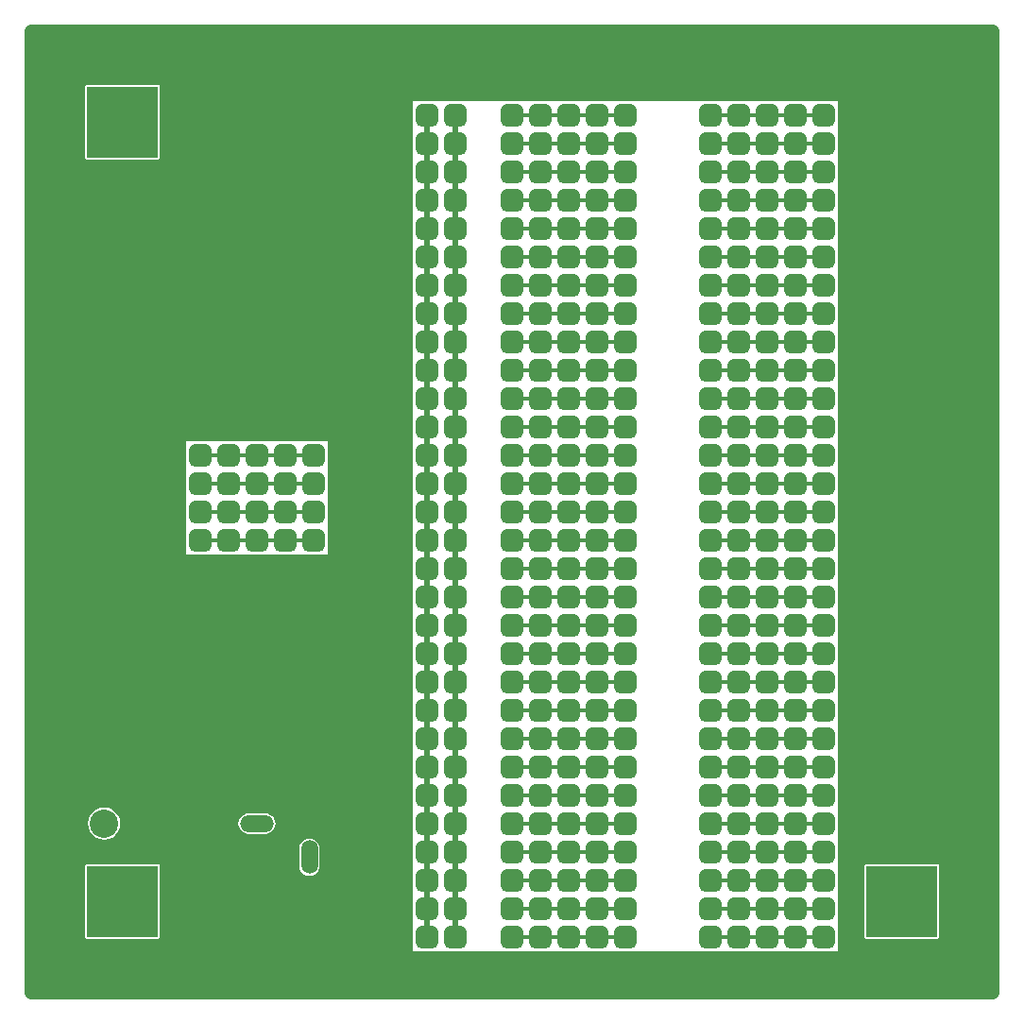
<source format=gbl>
G04*
G04 #@! TF.GenerationSoftware,Altium Limited,Altium Designer,18.1.7 (191)*
G04*
G04 Layer_Physical_Order=2*
G04 Layer_Color=16711680*
%FSLAX25Y25*%
%MOIN*%
G70*
G01*
G75*
%ADD14C,0.01000*%
%ADD27C,0.02000*%
%ADD28C,0.01181*%
%ADD29C,0.10000*%
G04:AMPARAMS|DCode=30|XSize=78.74mil|YSize=78.74mil|CornerRadius=19.68mil|HoleSize=0mil|Usage=FLASHONLY|Rotation=180.000|XOffset=0mil|YOffset=0mil|HoleType=Round|Shape=RoundedRectangle|*
%AMROUNDEDRECTD30*
21,1,0.07874,0.03937,0,0,180.0*
21,1,0.03937,0.07874,0,0,180.0*
1,1,0.03937,-0.01968,0.01968*
1,1,0.03937,0.01968,0.01968*
1,1,0.03937,0.01968,-0.01968*
1,1,0.03937,-0.01968,-0.01968*
%
%ADD30ROUNDEDRECTD30*%
G04:AMPARAMS|DCode=31|XSize=78.74mil|YSize=78.74mil|CornerRadius=19.68mil|HoleSize=0mil|Usage=FLASHONLY|Rotation=90.000|XOffset=0mil|YOffset=0mil|HoleType=Round|Shape=RoundedRectangle|*
%AMROUNDEDRECTD31*
21,1,0.07874,0.03937,0,0,90.0*
21,1,0.03937,0.07874,0,0,90.0*
1,1,0.03937,0.01968,0.01968*
1,1,0.03937,0.01968,-0.01968*
1,1,0.03937,-0.01968,-0.01968*
1,1,0.03937,-0.01968,0.01968*
%
%ADD31ROUNDEDRECTD31*%
%ADD32O,0.11874X0.05937*%
%ADD33O,0.05937X0.11874*%
%ADD34R,0.19685X0.19685*%
%ADD35C,0.05000*%
%ADD36C,0.02400*%
G36*
X169291Y172102D02*
X170019Y172007D01*
X170697Y171726D01*
X171279Y171279D01*
X171726Y170697D01*
X172007Y170019D01*
X172102Y169291D01*
X172107D01*
X172107Y-168791D01*
X172102Y-169291D01*
X172102Y-169291D01*
X172102Y-169291D01*
X172007Y-170019D01*
X171726Y-170697D01*
X171279Y-171279D01*
X170697Y-171726D01*
X170019Y-172007D01*
X169291Y-172102D01*
Y-172107D01*
X-169291D01*
Y-172102D01*
X-170019Y-172007D01*
X-170697Y-171726D01*
X-171279Y-171279D01*
X-171726Y-170697D01*
X-172007Y-170019D01*
X-172102Y-169291D01*
X-172107D01*
X-172107Y168791D01*
X-172102Y169291D01*
X-172102Y169291D01*
X-172102Y169291D01*
X-172007Y170019D01*
X-171726Y170697D01*
X-171279Y171279D01*
X-170697Y171726D01*
X-170019Y172007D01*
X-169291Y172102D01*
Y172107D01*
X169291D01*
Y172102D01*
D02*
G37*
%LPC*%
G36*
X-125000Y150649D02*
X-150000D01*
X-150459Y150459D01*
X-150649Y150000D01*
Y125000D01*
X-150459Y124541D01*
X-150000Y124351D01*
X-125000D01*
X-124541Y124541D01*
X-124351Y125000D01*
Y150000D01*
X-124541Y150459D01*
X-125000Y150649D01*
D02*
G37*
G36*
X-65000Y25000D02*
X-115000D01*
Y-15000D01*
X-65000D01*
Y25000D01*
D02*
G37*
G36*
X-87032Y-106401D02*
X-92968D01*
X-93900Y-106523D01*
X-94768Y-106883D01*
X-95514Y-107455D01*
X-96086Y-108200D01*
X-96445Y-109068D01*
X-96568Y-110000D01*
X-96445Y-110932D01*
X-96086Y-111800D01*
X-95514Y-112545D01*
X-94768Y-113117D01*
X-93900Y-113477D01*
X-92968Y-113599D01*
X-87032D01*
X-86100Y-113477D01*
X-85232Y-113117D01*
X-84486Y-112545D01*
X-83914Y-111800D01*
X-83555Y-110932D01*
X-83432Y-110000D01*
X-83555Y-109068D01*
X-83914Y-108200D01*
X-84486Y-107455D01*
X-85232Y-106883D01*
X-86100Y-106523D01*
X-87032Y-106401D01*
D02*
G37*
G36*
X-144000Y-104352D02*
X-145462Y-104544D01*
X-146824Y-105108D01*
X-147994Y-106006D01*
X-148892Y-107176D01*
X-149456Y-108538D01*
X-149648Y-110000D01*
X-149456Y-111462D01*
X-148892Y-112824D01*
X-147994Y-113994D01*
X-146824Y-114892D01*
X-145462Y-115456D01*
X-144000Y-115648D01*
X-142538Y-115456D01*
X-141176Y-114892D01*
X-140006Y-113994D01*
X-139108Y-112824D01*
X-138544Y-111462D01*
X-138352Y-110000D01*
X-138544Y-108538D01*
X-139108Y-107176D01*
X-140006Y-106006D01*
X-141176Y-105108D01*
X-142538Y-104544D01*
X-144000Y-104352D01*
D02*
G37*
G36*
X-71496Y-115243D02*
X-72428Y-115366D01*
X-73296Y-115725D01*
X-74041Y-116297D01*
X-74613Y-117043D01*
X-74973Y-117911D01*
X-75095Y-118842D01*
Y-124779D01*
X-74973Y-125711D01*
X-74613Y-126579D01*
X-74041Y-127325D01*
X-73296Y-127897D01*
X-72428Y-128256D01*
X-71496Y-128379D01*
X-70565Y-128256D01*
X-69696Y-127897D01*
X-68951Y-127325D01*
X-68379Y-126579D01*
X-68019Y-125711D01*
X-67897Y-124779D01*
Y-118842D01*
X-68019Y-117911D01*
X-68379Y-117043D01*
X-68951Y-116297D01*
X-69696Y-115725D01*
X-70565Y-115366D01*
X-71496Y-115243D01*
D02*
G37*
G36*
X150000Y-124351D02*
X125000D01*
X124541Y-124541D01*
X124351Y-125000D01*
Y-150000D01*
X124541Y-150459D01*
X125000Y-150649D01*
X150000D01*
X150459Y-150459D01*
X150649Y-150000D01*
Y-125000D01*
X150459Y-124541D01*
X150000Y-124351D01*
D02*
G37*
G36*
X-150000D02*
X-150459Y-124541D01*
X-150649Y-125000D01*
X-150649Y-150000D01*
X-150459Y-150459D01*
X-150000Y-150649D01*
X-125000Y-150649D01*
X-124541Y-150459D01*
X-124351Y-150000D01*
X-124351Y-125000D01*
X-124541Y-124541D01*
X-125000Y-124351D01*
X-150000Y-124351D01*
D02*
G37*
G36*
X115000Y145000D02*
X-35000D01*
Y-155000D01*
X115000D01*
Y145000D01*
D02*
G37*
%LPD*%
G36*
X-125000Y125000D02*
X-150000D01*
Y150000D01*
X-125000D01*
Y125000D01*
D02*
G37*
G36*
X150000Y-150000D02*
X125000D01*
Y-125000D01*
X150000D01*
Y-150000D01*
D02*
G37*
G36*
X-125000Y-125000D02*
X-125000Y-150000D01*
X-150000Y-150000D01*
X-150000Y-125000D01*
X-125000Y-125000D01*
D02*
G37*
D14*
X-50000Y-10000D02*
Y140000D01*
Y-30000D02*
Y-10000D01*
X-60000Y0D02*
X-50000Y-10000D01*
X125591Y150000D02*
X137795Y137795D01*
X-40000Y150000D02*
X125591D01*
X-50000Y140000D02*
X-40000Y150000D01*
X-70000Y-50000D02*
X-50000Y-30000D01*
X-100000Y-90000D02*
X-70000D01*
Y-70000D02*
Y-60000D01*
Y-50000D01*
Y-80000D02*
Y-70000D01*
Y-90000D02*
Y-80000D01*
X-100000Y-123622D02*
X-90000Y-133622D01*
X-100000Y-123622D02*
Y-90000D01*
Y-80000D01*
Y-70000D01*
Y-60000D01*
Y-50000D01*
D27*
X-20000Y130000D02*
Y140000D01*
Y120000D02*
Y130000D01*
Y110000D02*
Y120000D01*
Y100000D02*
Y110000D01*
Y90000D02*
Y100000D01*
Y80000D02*
Y90000D01*
Y70000D02*
Y80000D01*
Y60000D02*
Y70000D01*
Y50000D02*
Y60000D01*
Y40000D02*
Y50000D01*
Y30000D02*
Y40000D01*
Y20000D02*
Y30000D01*
Y10000D02*
Y20000D01*
Y0D02*
Y10000D01*
Y-10000D02*
Y0D01*
Y-20000D02*
Y-10000D01*
Y-30000D02*
Y-20000D01*
Y-40000D02*
Y-30000D01*
Y-50000D02*
Y-40000D01*
Y-60000D02*
Y-50000D01*
Y-70000D02*
Y-60000D01*
Y-80000D02*
Y-70000D01*
Y-90000D02*
Y-80000D01*
Y-100000D02*
Y-90000D01*
Y-110000D02*
Y-100000D01*
Y-120000D02*
Y-110000D01*
Y-130000D02*
Y-120000D01*
Y-140000D02*
Y-130000D01*
Y-150000D02*
Y-140000D01*
X-30000Y130000D02*
Y140000D01*
Y120000D02*
Y130000D01*
Y110000D02*
Y120000D01*
Y100000D02*
Y110000D01*
Y90000D02*
Y100000D01*
Y80000D02*
Y90000D01*
Y70000D02*
Y80000D01*
Y60000D02*
Y70000D01*
Y50000D02*
Y60000D01*
Y40000D02*
Y50000D01*
Y30000D02*
Y40000D01*
Y20000D02*
Y30000D01*
Y10000D02*
Y20000D01*
Y0D02*
Y10000D01*
Y-10000D02*
Y0D01*
Y-20000D02*
Y-10000D01*
Y-30000D02*
Y-20000D01*
Y-40000D02*
Y-30000D01*
Y-50000D02*
Y-40000D01*
Y-60000D02*
Y-50000D01*
Y-70000D02*
Y-60000D01*
Y-80000D02*
Y-70000D01*
Y-90000D02*
Y-80000D01*
Y-100000D02*
Y-90000D01*
Y-110000D02*
Y-100000D01*
Y-120000D02*
Y-110000D01*
Y-130000D02*
Y-120000D01*
Y-140000D02*
Y-130000D01*
Y-150000D02*
Y-140000D01*
D28*
X70000Y-40000D02*
X80000D01*
X90000D01*
X100000D01*
X110000D01*
X-20000Y-50000D02*
Y-40000D01*
Y-30000D01*
Y-20000D01*
Y-10000D01*
X100000D02*
X110000D01*
X90000D02*
X100000D01*
X80000D02*
X90000D01*
X70000D02*
X80000D01*
X30000D02*
X40000D01*
X20000D02*
X30000D01*
X10000D02*
X20000D01*
X0D02*
X10000D01*
X-30000Y-50000D02*
Y-40000D01*
Y-30000D01*
Y-20000D01*
Y-10000D01*
X100000Y-20000D02*
X110000D01*
X90000D02*
X100000D01*
X80000D02*
X90000D01*
X70000D02*
X80000D01*
X30000D02*
X40000D01*
X20000D02*
X30000D01*
X10000D02*
X20000D01*
X0D02*
X10000D01*
X100000Y-30000D02*
X110000D01*
X90000D02*
X100000D01*
X80000D02*
X90000D01*
X70000D02*
X80000D01*
X30000D02*
X40000D01*
X20000D02*
X30000D01*
X10000D02*
X20000D01*
X0D02*
X10000D01*
X30000Y-40000D02*
X40000D01*
X20000D02*
X30000D01*
X10000D02*
X20000D01*
X0D02*
X10000D01*
X100000Y-50000D02*
X110000D01*
X90000D02*
X100000D01*
X80000D02*
X90000D01*
X70000D02*
X80000D01*
X30000D02*
X40000D01*
X20000D02*
X30000D01*
X10000D02*
X20000D01*
X0D02*
X10000D01*
X-20000Y-100000D02*
Y-90000D01*
Y-80000D01*
Y-70000D01*
Y-60000D01*
X100000D02*
X110000D01*
X90000D02*
X100000D01*
X80000D02*
X90000D01*
X70000D02*
X80000D01*
X30000D02*
X40000D01*
X20000D02*
X30000D01*
X10000D02*
X20000D01*
X0D02*
X10000D01*
X-30000Y-100000D02*
Y-90000D01*
Y-80000D01*
Y-70000D01*
Y-60000D01*
X100000Y-70000D02*
X110000D01*
X90000D02*
X100000D01*
X80000D02*
X90000D01*
X70000D02*
X80000D01*
X30000D02*
X40000D01*
X20000D02*
X30000D01*
X10000D02*
X20000D01*
X0D02*
X10000D01*
X100000Y-80000D02*
X110000D01*
X90000D02*
X100000D01*
X80000D02*
X90000D01*
X70000D02*
X80000D01*
X30000D02*
X40000D01*
X20000D02*
X30000D01*
X10000D02*
X20000D01*
X0D02*
X10000D01*
X100000Y-90000D02*
X110000D01*
X90000D02*
X100000D01*
X80000D02*
X90000D01*
X70000D02*
X80000D01*
X30000D02*
X40000D01*
X20000D02*
X30000D01*
X10000D02*
X20000D01*
X0D02*
X10000D01*
X100000Y-100000D02*
X110000D01*
X90000D02*
X100000D01*
X80000D02*
X90000D01*
X70000D02*
X80000D01*
X30000D02*
X40000D01*
X20000D02*
X30000D01*
X10000D02*
X20000D01*
X0D02*
X10000D01*
X-20000Y-150000D02*
Y-140000D01*
Y-130000D01*
Y-120000D01*
Y-110000D01*
X100000D02*
X110000D01*
X90000D02*
X100000D01*
X80000D02*
X90000D01*
X70000D02*
X80000D01*
X30000D02*
X40000D01*
X20000D02*
X30000D01*
X10000D02*
X20000D01*
X0D02*
X10000D01*
X-30000Y-150000D02*
Y-140000D01*
Y-130000D01*
Y-120000D01*
Y-110000D01*
X100000Y-120000D02*
X110000D01*
X90000D02*
X100000D01*
X80000D02*
X90000D01*
X70000D02*
X80000D01*
X30000D02*
X40000D01*
X20000D02*
X30000D01*
X10000D02*
X20000D01*
X0D02*
X10000D01*
X100000Y-130000D02*
X110000D01*
X90000D02*
X100000D01*
X80000D02*
X90000D01*
X70000D02*
X80000D01*
X30000D02*
X40000D01*
X20000D02*
X30000D01*
X10000D02*
X20000D01*
X0D02*
X10000D01*
X100000Y-140000D02*
X110000D01*
X90000D02*
X100000D01*
X80000D02*
X90000D01*
X70000D02*
X80000D01*
X30000D02*
X40000D01*
X20000D02*
X30000D01*
X10000D02*
X20000D01*
X0D02*
X10000D01*
X100000Y-150000D02*
X110000D01*
X90000D02*
X100000D01*
X80000D02*
X90000D01*
X70000D02*
X80000D01*
X30000D02*
X40000D01*
X20000D02*
X30000D01*
X10000D02*
X20000D01*
X0D02*
X10000D01*
X-110000Y0D02*
X-100000D01*
X-90000D01*
X-80000D01*
X-70000D01*
X-110000Y20000D02*
X-100000D01*
X-90000D01*
X-80000D01*
X-70000D01*
X-110000Y10000D02*
X-100000D01*
X-90000D01*
X-80000D01*
X-70000D01*
X-110000Y-10000D02*
X-100000D01*
X-90000D01*
X-80000D01*
X-70000D01*
X-20000Y0D02*
Y10000D01*
Y20000D01*
Y30000D01*
Y40000D01*
Y80000D02*
Y90000D01*
Y70000D02*
Y80000D01*
Y60000D02*
Y70000D01*
Y50000D02*
Y60000D01*
Y130000D02*
Y140000D01*
Y120000D02*
Y130000D01*
Y110000D02*
Y120000D01*
Y100000D02*
Y110000D01*
X-30000Y0D02*
Y10000D01*
Y20000D01*
Y30000D01*
Y40000D01*
Y50000D02*
Y60000D01*
Y70000D01*
Y80000D01*
Y90000D01*
Y100000D02*
Y110000D01*
Y120000D01*
Y130000D01*
Y140000D01*
X100000Y0D02*
X110000D01*
X90000D02*
X100000D01*
X80000D02*
X90000D01*
X70000D02*
X80000D01*
X30000D02*
X40000D01*
X20000D02*
X30000D01*
X10000D02*
X20000D01*
X0D02*
X10000D01*
X100000Y10000D02*
X110000D01*
X90000D02*
X100000D01*
X80000D02*
X90000D01*
X70000D02*
X80000D01*
X30000D02*
X40000D01*
X20000D02*
X30000D01*
X10000D02*
X20000D01*
X0D02*
X10000D01*
X100000Y20000D02*
X110000D01*
X90000D02*
X100000D01*
X80000D02*
X90000D01*
X70000D02*
X80000D01*
X30000D02*
X40000D01*
X20000D02*
X30000D01*
X10000D02*
X20000D01*
X0D02*
X10000D01*
X100000Y30000D02*
X110000D01*
X90000D02*
X100000D01*
X80000D02*
X90000D01*
X70000D02*
X80000D01*
X30000D02*
X40000D01*
X20000D02*
X30000D01*
X10000D02*
X20000D01*
X0D02*
X10000D01*
X100000Y40000D02*
X110000D01*
X90000D02*
X100000D01*
X80000D02*
X90000D01*
X70000D02*
X80000D01*
X30000D02*
X40000D01*
X20000D02*
X30000D01*
X10000D02*
X20000D01*
X0D02*
X10000D01*
X100000Y50000D02*
X110000D01*
X90000D02*
X100000D01*
X80000D02*
X90000D01*
X70000D02*
X80000D01*
X30000D02*
X40000D01*
X20000D02*
X30000D01*
X10000D02*
X20000D01*
X0D02*
X10000D01*
X100000Y60000D02*
X110000D01*
X90000D02*
X100000D01*
X80000D02*
X90000D01*
X70000D02*
X80000D01*
X30000D02*
X40000D01*
X20000D02*
X30000D01*
X10000D02*
X20000D01*
X0D02*
X10000D01*
X100000Y70000D02*
X110000D01*
X90000D02*
X100000D01*
X80000D02*
X90000D01*
X70000D02*
X80000D01*
X30000D02*
X40000D01*
X20000D02*
X30000D01*
X10000D02*
X20000D01*
X0D02*
X10000D01*
X100000Y80000D02*
X110000D01*
X90000D02*
X100000D01*
X80000D02*
X90000D01*
X70000D02*
X80000D01*
X30000D02*
X40000D01*
X20000D02*
X30000D01*
X10000D02*
X20000D01*
X0D02*
X10000D01*
X100000Y90000D02*
X110000D01*
X90000D02*
X100000D01*
X80000D02*
X90000D01*
X70000D02*
X80000D01*
X30000D02*
X40000D01*
X20000D02*
X30000D01*
X10000D02*
X20000D01*
X0D02*
X10000D01*
X100000Y100000D02*
X110000D01*
X90000D02*
X100000D01*
X80000D02*
X90000D01*
X70000D02*
X80000D01*
X30000D02*
X40000D01*
X20000D02*
X30000D01*
X10000D02*
X20000D01*
X0D02*
X10000D01*
X100000Y110000D02*
X110000D01*
X90000D02*
X100000D01*
X80000D02*
X90000D01*
X70000D02*
X80000D01*
X30000D02*
X40000D01*
X20000D02*
X30000D01*
X10000D02*
X20000D01*
X0D02*
X10000D01*
X100000Y120000D02*
X110000D01*
X90000D02*
X100000D01*
X80000D02*
X90000D01*
X70000D02*
X80000D01*
X30000D02*
X40000D01*
X20000D02*
X30000D01*
X10000D02*
X20000D01*
X0D02*
X10000D01*
X100000Y130000D02*
X110000D01*
X90000D02*
X100000D01*
X80000D02*
X90000D01*
X70000D02*
X80000D01*
X30000D02*
X40000D01*
X20000D02*
X30000D01*
X10000D02*
X20000D01*
X0D02*
X10000D01*
X70000Y140000D02*
X80000D01*
X90000D01*
X100000D01*
X110000D01*
X30000D02*
X40000D01*
X20000D02*
X30000D01*
X10000D02*
X20000D01*
X0D02*
X10000D01*
D29*
X-144000Y-90000D02*
D03*
Y-110000D02*
D03*
D30*
X70000Y-40000D02*
D03*
X80000D02*
D03*
X90000D02*
D03*
X100000D02*
D03*
X110000D02*
D03*
Y-10000D02*
D03*
X100000D02*
D03*
X90000D02*
D03*
X80000D02*
D03*
X70000D02*
D03*
X40000D02*
D03*
X30000D02*
D03*
X20000D02*
D03*
X10000D02*
D03*
X0D02*
D03*
X110000Y-20000D02*
D03*
X100000D02*
D03*
X90000D02*
D03*
X80000D02*
D03*
X70000D02*
D03*
X40000D02*
D03*
X30000D02*
D03*
X20000D02*
D03*
X10000D02*
D03*
X0D02*
D03*
X110000Y-30000D02*
D03*
X100000D02*
D03*
X90000D02*
D03*
X80000D02*
D03*
X70000D02*
D03*
X40000D02*
D03*
X30000D02*
D03*
X20000D02*
D03*
X10000D02*
D03*
X0D02*
D03*
X40000Y-40000D02*
D03*
X30000D02*
D03*
X20000D02*
D03*
X10000D02*
D03*
X0D02*
D03*
X110000Y-50000D02*
D03*
X100000D02*
D03*
X90000D02*
D03*
X80000D02*
D03*
X70000D02*
D03*
X40000D02*
D03*
X30000D02*
D03*
X20000D02*
D03*
X10000D02*
D03*
X0D02*
D03*
X110000Y-60000D02*
D03*
X100000D02*
D03*
X90000D02*
D03*
X80000D02*
D03*
X70000D02*
D03*
X40000D02*
D03*
X30000D02*
D03*
X20000D02*
D03*
X10000D02*
D03*
X0D02*
D03*
X110000Y-70000D02*
D03*
X100000D02*
D03*
X90000D02*
D03*
X80000D02*
D03*
X70000D02*
D03*
X40000D02*
D03*
X30000D02*
D03*
X20000D02*
D03*
X10000D02*
D03*
X0D02*
D03*
X110000Y-80000D02*
D03*
X100000D02*
D03*
X90000D02*
D03*
X80000D02*
D03*
X70000D02*
D03*
X40000D02*
D03*
X30000D02*
D03*
X20000D02*
D03*
X10000D02*
D03*
X0D02*
D03*
X110000Y-90000D02*
D03*
X100000D02*
D03*
X90000D02*
D03*
X80000D02*
D03*
X70000D02*
D03*
X40000D02*
D03*
X30000D02*
D03*
X20000D02*
D03*
X10000D02*
D03*
X0D02*
D03*
X110000Y-100000D02*
D03*
X100000D02*
D03*
X90000D02*
D03*
X80000D02*
D03*
X70000D02*
D03*
X40000D02*
D03*
X30000D02*
D03*
X20000D02*
D03*
X10000D02*
D03*
X0D02*
D03*
X110000Y-110000D02*
D03*
X100000D02*
D03*
X90000D02*
D03*
X80000D02*
D03*
X70000D02*
D03*
X40000D02*
D03*
X30000D02*
D03*
X20000D02*
D03*
X10000D02*
D03*
X0D02*
D03*
X110000Y-120000D02*
D03*
X100000D02*
D03*
X90000D02*
D03*
X80000D02*
D03*
X70000D02*
D03*
X40000D02*
D03*
X30000D02*
D03*
X20000D02*
D03*
X10000D02*
D03*
X0D02*
D03*
X110000Y-130000D02*
D03*
X100000D02*
D03*
X90000D02*
D03*
X80000D02*
D03*
X70000D02*
D03*
X40000D02*
D03*
X30000D02*
D03*
X20000D02*
D03*
X10000D02*
D03*
X0D02*
D03*
X110000Y-140000D02*
D03*
X100000D02*
D03*
X90000D02*
D03*
X80000D02*
D03*
X70000D02*
D03*
X40000D02*
D03*
X30000D02*
D03*
X20000D02*
D03*
X10000D02*
D03*
X0D02*
D03*
X110000Y-150000D02*
D03*
X100000D02*
D03*
X90000D02*
D03*
X80000D02*
D03*
X70000D02*
D03*
X40000D02*
D03*
X30000D02*
D03*
X20000D02*
D03*
X10000D02*
D03*
X0D02*
D03*
X-110000Y0D02*
D03*
X-100000D02*
D03*
X-90000D02*
D03*
X-80000D02*
D03*
X-70000D02*
D03*
X-110000Y20000D02*
D03*
X-100000D02*
D03*
X-90000D02*
D03*
X-80000D02*
D03*
X-70000D02*
D03*
X-110000Y10000D02*
D03*
X-100000D02*
D03*
X-90000D02*
D03*
X-80000D02*
D03*
X-70000D02*
D03*
X-110000Y-10000D02*
D03*
X-100000D02*
D03*
X-90000D02*
D03*
X-80000D02*
D03*
X-70000D02*
D03*
X110000Y0D02*
D03*
X100000D02*
D03*
X90000D02*
D03*
X80000D02*
D03*
X70000D02*
D03*
X40000D02*
D03*
X30000D02*
D03*
X20000D02*
D03*
X10000D02*
D03*
X0D02*
D03*
X110000Y10000D02*
D03*
X100000D02*
D03*
X90000D02*
D03*
X80000D02*
D03*
X70000D02*
D03*
X40000D02*
D03*
X30000D02*
D03*
X20000D02*
D03*
X10000D02*
D03*
X0D02*
D03*
X110000Y20000D02*
D03*
X100000D02*
D03*
X90000D02*
D03*
X80000D02*
D03*
X70000D02*
D03*
X40000D02*
D03*
X30000D02*
D03*
X20000D02*
D03*
X10000D02*
D03*
X0D02*
D03*
X110000Y30000D02*
D03*
X100000D02*
D03*
X90000D02*
D03*
X80000D02*
D03*
X70000D02*
D03*
X40000D02*
D03*
X30000D02*
D03*
X20000D02*
D03*
X10000D02*
D03*
X0D02*
D03*
X110000Y40000D02*
D03*
X100000D02*
D03*
X90000D02*
D03*
X80000D02*
D03*
X70000D02*
D03*
X40000D02*
D03*
X30000D02*
D03*
X20000D02*
D03*
X10000D02*
D03*
X0D02*
D03*
X110000Y50000D02*
D03*
X100000D02*
D03*
X90000D02*
D03*
X80000D02*
D03*
X70000D02*
D03*
X40000D02*
D03*
X30000D02*
D03*
X20000D02*
D03*
X10000D02*
D03*
X0D02*
D03*
X110000Y60000D02*
D03*
X100000D02*
D03*
X90000D02*
D03*
X80000D02*
D03*
X70000D02*
D03*
X40000D02*
D03*
X30000D02*
D03*
X20000D02*
D03*
X10000D02*
D03*
X0D02*
D03*
X110000Y70000D02*
D03*
X100000D02*
D03*
X90000D02*
D03*
X80000D02*
D03*
X70000D02*
D03*
X40000D02*
D03*
X30000D02*
D03*
X20000D02*
D03*
X10000D02*
D03*
X0D02*
D03*
X110000Y80000D02*
D03*
X100000D02*
D03*
X90000D02*
D03*
X80000D02*
D03*
X70000D02*
D03*
X40000D02*
D03*
X30000D02*
D03*
X20000D02*
D03*
X10000D02*
D03*
X0D02*
D03*
X110000Y90000D02*
D03*
X100000D02*
D03*
X90000D02*
D03*
X80000D02*
D03*
X70000D02*
D03*
X40000D02*
D03*
X30000D02*
D03*
X20000D02*
D03*
X10000D02*
D03*
X0D02*
D03*
X110000Y100000D02*
D03*
X100000D02*
D03*
X90000D02*
D03*
X80000D02*
D03*
X70000D02*
D03*
X40000D02*
D03*
X30000D02*
D03*
X20000D02*
D03*
X10000D02*
D03*
X0D02*
D03*
X110000Y110000D02*
D03*
X100000D02*
D03*
X90000D02*
D03*
X80000D02*
D03*
X70000D02*
D03*
X40000D02*
D03*
X30000D02*
D03*
X20000D02*
D03*
X10000D02*
D03*
X0D02*
D03*
X110000Y120000D02*
D03*
X100000D02*
D03*
X90000D02*
D03*
X80000D02*
D03*
X70000D02*
D03*
X40000D02*
D03*
X30000D02*
D03*
X20000D02*
D03*
X10000D02*
D03*
X0D02*
D03*
X110000Y130000D02*
D03*
X100000D02*
D03*
X90000D02*
D03*
X80000D02*
D03*
X70000D02*
D03*
X40000D02*
D03*
X30000D02*
D03*
X20000D02*
D03*
X10000D02*
D03*
X0D02*
D03*
X70000Y140000D02*
D03*
X80000D02*
D03*
X90000D02*
D03*
X100000D02*
D03*
X110000D02*
D03*
X40000D02*
D03*
X30000D02*
D03*
X20000D02*
D03*
X10000D02*
D03*
X0D02*
D03*
D31*
X-20000Y-50000D02*
D03*
Y-40000D02*
D03*
Y-30000D02*
D03*
Y-20000D02*
D03*
Y-10000D02*
D03*
X-30000Y-50000D02*
D03*
Y-40000D02*
D03*
Y-30000D02*
D03*
Y-20000D02*
D03*
Y-10000D02*
D03*
X-20000Y-100000D02*
D03*
Y-90000D02*
D03*
Y-80000D02*
D03*
Y-70000D02*
D03*
Y-60000D02*
D03*
X-30000Y-100000D02*
D03*
Y-90000D02*
D03*
Y-80000D02*
D03*
Y-70000D02*
D03*
Y-60000D02*
D03*
X-20000Y-150000D02*
D03*
Y-140000D02*
D03*
Y-130000D02*
D03*
Y-120000D02*
D03*
Y-110000D02*
D03*
X-30000Y-150000D02*
D03*
Y-140000D02*
D03*
Y-130000D02*
D03*
Y-120000D02*
D03*
Y-110000D02*
D03*
X-20000Y0D02*
D03*
Y10000D02*
D03*
Y20000D02*
D03*
Y30000D02*
D03*
Y40000D02*
D03*
Y90000D02*
D03*
Y80000D02*
D03*
Y70000D02*
D03*
Y60000D02*
D03*
Y50000D02*
D03*
Y140000D02*
D03*
Y130000D02*
D03*
Y120000D02*
D03*
Y110000D02*
D03*
Y100000D02*
D03*
X-30000Y0D02*
D03*
Y10000D02*
D03*
Y20000D02*
D03*
Y30000D02*
D03*
Y40000D02*
D03*
Y50000D02*
D03*
Y60000D02*
D03*
Y70000D02*
D03*
Y80000D02*
D03*
Y90000D02*
D03*
Y100000D02*
D03*
Y110000D02*
D03*
Y120000D02*
D03*
Y130000D02*
D03*
Y140000D02*
D03*
D32*
X-90000Y-110000D02*
D03*
Y-133622D02*
D03*
D33*
X-71496Y-121811D02*
D03*
D34*
X137795Y-137795D02*
D03*
X-137795D02*
D03*
X137795Y137795D02*
D03*
X-137795D02*
D03*
D35*
X-140000Y0D02*
D03*
D36*
X-70000Y-80000D02*
D03*
Y-70000D02*
D03*
Y-60000D02*
D03*
Y-50000D02*
D03*
X-100000D02*
D03*
Y-60000D02*
D03*
Y-70000D02*
D03*
Y-80000D02*
D03*
Y-90000D02*
D03*
X-70000D02*
D03*
M02*

</source>
